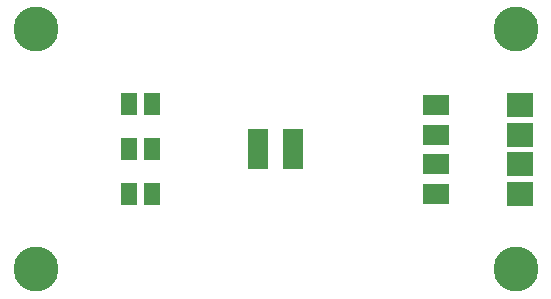
<source format=gts>
G04 (created by PCBNEW-RS274X (2011-07-19)-testing) date Fri 10 Feb 2012 01:24:02 PM PST*
G01*
G70*
G90*
%MOIN*%
G04 Gerber Fmt 3.4, Leading zero omitted, Abs format*
%FSLAX34Y34*%
G04 APERTURE LIST*
%ADD10C,0.006000*%
%ADD11R,0.055000X0.075000*%
%ADD12R,0.071200X0.047600*%
%ADD13C,0.150000*%
%ADD14R,0.090900X0.067200*%
%ADD15R,0.090900X0.079100*%
G04 APERTURE END LIST*
G54D10*
G54D11*
X34125Y-23500D03*
X34875Y-23500D03*
X34125Y-25000D03*
X34875Y-25000D03*
X34125Y-26500D03*
X34875Y-26500D03*
G54D12*
X39581Y-25433D03*
X39581Y-25000D03*
X39581Y-24567D03*
X38419Y-25433D03*
X38419Y-25000D03*
X38419Y-24567D03*
G54D13*
X31000Y-21000D03*
X31000Y-29000D03*
X47000Y-29000D03*
X47000Y-21000D03*
G54D14*
X44352Y-23524D03*
X44352Y-24508D03*
X44352Y-26476D03*
G54D15*
X47148Y-26476D03*
X47148Y-25492D03*
G54D14*
X44352Y-25492D03*
G54D15*
X47148Y-24508D03*
X47148Y-23524D03*
M02*

</source>
